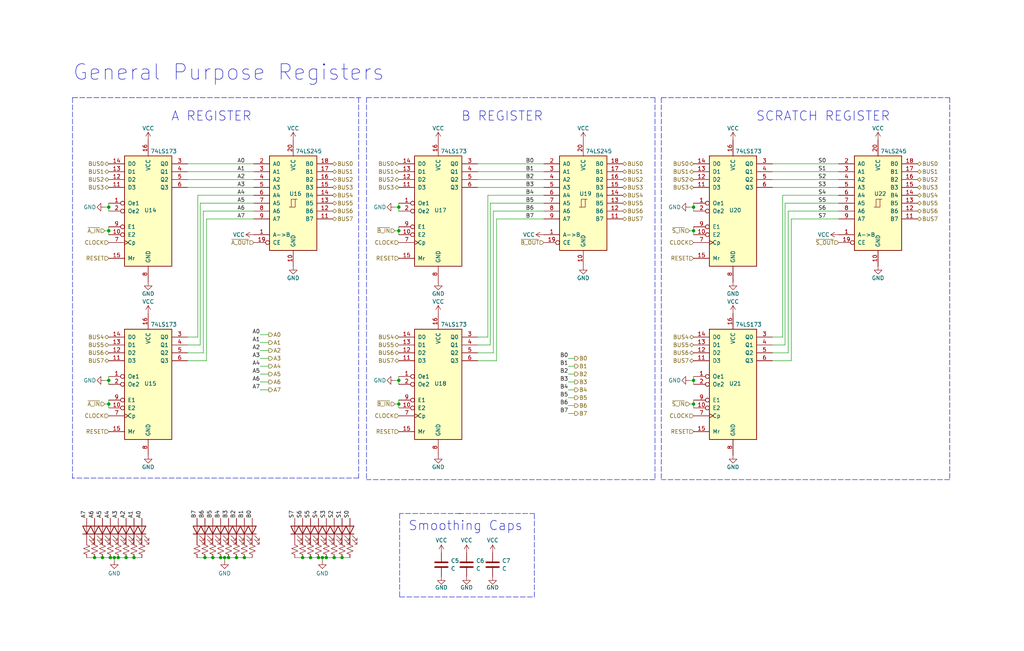
<source format=kicad_sch>
(kicad_sch (version 20211123) (generator eeschema)
  (paper "User" 329.997 210.007)
  (lib_symbols
    (symbol "74xx:74LS173" (pin_names (offset 1.016))
      (property "Reference" "U" (at -7.62 19.05 0))
      (property "Value" "74LS173" (at -7.62 -19.05 0))
      (symbol "74LS173_1_0"
        (pin input inverted (at -12.7 2.54 0) (length 5.08) (name "Oe1") (number "1"))
        (pin input inverted (at -12.7 -7.62 0) (length 5.08) (name "E2") (number "10"))
        (pin input line (at -12.7 7.62 0) (length 5.08) (name "D3") (number "11"))
        (pin input line (at -12.7 10.16 0) (length 5.08) (name "D2") (number "12"))
        (pin input line (at -12.7 12.7 0) (length 5.08) (name "D1") (number "13"))
        (pin input line (at -12.7 15.24 0) (length 5.08) (name "D0") (number "14"))
        (pin input line (at -12.7 -15.24 0) (length 5.08) (name "Mr") (number "15"))
        (pin power_in line (at 0 22.86 270) (length 5.08) (name "VCC") (number "16"))
        (pin input inverted (at -12.7 0 0) (length 5.08) (name "Oe2") (number "2"))
        (pin tri_state line (at 12.7 15.24 180) (length 5.08) (name "Q0") (number "3"))
        (pin tri_state line (at 12.7 12.7 180) (length 5.08) (name "Q1") (number "4"))
        (pin tri_state line (at 12.7 10.16 180) (length 5.08) (name "Q2") (number "5"))
        (pin tri_state line (at 12.7 7.62 180) (length 5.08) (name "Q3") (number "6"))
        (pin input clock (at -12.7 -10.16 0) (length 5.08) (name "Cp") (number "7"))
        (pin power_in line (at 0 -22.86 90) (length 5.08) (name "GND") (number "8"))
        (pin input inverted (at -12.7 -5.08 0) (length 5.08) (name "E1") (number "9"))
      )
      (symbol "74LS173_1_1"
        (rectangle (start -7.62 17.78) (end 7.62 -17.78) (stroke (width 0.254)) (fill (type background)))
      )
    )
    (symbol "74xx:74LS245" (pin_names (offset 1.016))
      (property "Reference" "U" (at -7.62 16.51 0))
      (property "Value" "74LS245" (at -7.62 -16.51 0))
      (symbol "74LS245_1_0"
        (polyline (pts (xy -0.635 -1.27) (xy -0.635 1.27) (xy 0.635 1.27)))
        (polyline (pts (xy -1.27 -1.27) (xy 0.635 -1.27) (xy 0.635 1.27) (xy 1.27 1.27)))
        (pin input line (at -12.7 -10.16 0) (length 5.08) (name "A->B") (number "1"))
        (pin power_in line (at 0 -20.32 90) (length 5.08) (name "GND") (number "10"))
        (pin tri_state line (at 12.7 -5.08 180) (length 5.08) (name "B7") (number "11"))
        (pin tri_state line (at 12.7 -2.54 180) (length 5.08) (name "B6") (number "12"))
        (pin tri_state line (at 12.7 0 180) (length 5.08) (name "B5") (number "13"))
        (pin tri_state line (at 12.7 2.54 180) (length 5.08) (name "B4") (number "14"))
        (pin tri_state line (at 12.7 5.08 180) (length 5.08) (name "B3") (number "15"))
        (pin tri_state line (at 12.7 7.62 180) (length 5.08) (name "B2") (number "16"))
        (pin tri_state line (at 12.7 10.16 180) (length 5.08) (name "B1") (number "17"))
        (pin tri_state line (at 12.7 12.7 180) (length 5.08) (name "B0") (number "18"))
        (pin input inverted (at -12.7 -12.7 0) (length 5.08) (name "CE") (number "19"))
        (pin tri_state line (at -12.7 12.7 0) (length 5.08) (name "A0") (number "2"))
        (pin power_in line (at 0 20.32 270) (length 5.08) (name "VCC") (number "20"))
        (pin tri_state line (at -12.7 10.16 0) (length 5.08) (name "A1") (number "3"))
        (pin tri_state line (at -12.7 7.62 0) (length 5.08) (name "A2") (number "4"))
        (pin tri_state line (at -12.7 5.08 0) (length 5.08) (name "A3") (number "5"))
        (pin tri_state line (at -12.7 2.54 0) (length 5.08) (name "A4") (number "6"))
        (pin tri_state line (at -12.7 0 0) (length 5.08) (name "A5") (number "7"))
        (pin tri_state line (at -12.7 -2.54 0) (length 5.08) (name "A6") (number "8"))
        (pin tri_state line (at -12.7 -5.08 0) (length 5.08) (name "A7") (number "9"))
      )
      (symbol "74LS245_1_1"
        (rectangle (start -7.62 15.24) (end 7.62 -15.24) (stroke (width 0.254)) (fill (type background)))
      )
    )
    (symbol "Device:C" (pin_numbers hide) (pin_names (offset 0.254))
      (property "Reference" "C" (at 0.635 2.54 0))
      (property "Value" "C" (at 0.635 -2.54 0))
      (symbol "C_0_1"
        (polyline (pts (xy -2.032 -0.762) (xy 2.032 -0.762)) (stroke (width 0.508)))
        (polyline (pts (xy -2.032 0.762) (xy 2.032 0.762)) (stroke (width 0.508)))
      )
      (symbol "C_1_1"
        (pin passive line (at 0 3.81 270) (length 2.794) (name "~") (number "1"))
        (pin passive line (at 0 -3.81 90) (length 2.794) (name "~") (number "2"))
      )
    )
    (symbol "Device:LED" (pin_numbers hide) (pin_names (offset 1.016) hide)
      (property "Reference" "D" (at 0 2.54 0))
      (property "Value" "LED" (at 0 -2.54 0))
      (symbol "LED_0_1"
        (polyline (pts (xy -1.27 -1.27) (xy -1.27 1.27)) (stroke (width 0.254)))
        (polyline (pts (xy -1.27 0) (xy 1.27 0)))
        (polyline (pts (xy 1.27 -1.27) (xy 1.27 1.27) (xy -1.27 0) (xy 1.27 -1.27)) (stroke (width 0.254)))
        (polyline (pts (xy -3.048 -0.762) (xy -4.572 -2.286) (xy -3.81 -2.286) (xy -4.572 -2.286) (xy -4.572 -1.524)))
        (polyline (pts (xy -1.778 -0.762) (xy -3.302 -2.286) (xy -2.54 -2.286) (xy -3.302 -2.286) (xy -3.302 -1.524)))
      )
      (symbol "LED_1_1"
        (pin passive line (at -3.81 0 0) (length 2.54) (name "K") (number "1"))
        (pin passive line (at 3.81 0 180) (length 2.54) (name "A") (number "2"))
      )
    )
    (symbol "Device:R_Small_US" (pin_numbers hide) (pin_names (offset 0.254) hide)
      (property "Reference" "R" (at 0.762 0.508 0))
      (property "Value" "R_Small_US" (at 0.762 -1.016 0))
      (symbol "R_Small_US_1_1"
        (polyline (pts (xy 0 0) (xy 1.016 -0.381) (xy 0 -0.762) (xy -1.016 -1.143) (xy 0 -1.524)))
        (polyline (pts (xy 0 1.524) (xy 1.016 1.143) (xy 0 0.762) (xy -1.016 0.381) (xy 0 0)))
        (pin passive line (at 0 2.54 270) (length 1.016) (name "~") (number "1"))
        (pin passive line (at 0 -2.54 90) (length 1.016) (name "~") (number "2"))
      )
    )
    (symbol "power:GND" (power) (pin_names (offset 0))
      (property "Value" "GND" (at 0 -3.81 0))
      (symbol "GND_0_1"
        (polyline (pts (xy 0 0) (xy 0 -1.27) (xy 1.27 -1.27) (xy 0 -2.54) (xy -1.27 -1.27) (xy 0 -1.27)))
      )
      (symbol "GND_1_1"
        (pin power_in line (at 0 0 270) (length 0) hide (name "GND") (number "1"))
      )
    )
    (symbol "power:VCC" (power) (pin_names (offset 0))
      (property "Value" "VCC" (at 0 3.81 0))
      (symbol "VCC_0_1"
        (polyline (pts (xy -0.762 1.27) (xy 0 2.54)))
        (polyline (pts (xy 0 0) (xy 0 2.54)))
        (polyline (pts (xy 0 2.54) (xy 0.762 1.27)))
      )
      (symbol "VCC_1_1"
        (pin power_in line (at 0 0 90) (length 0) hide (name "VCC") (number "1"))
      )
    )
  )
  (junction (at 223.52 122.682))
  (junction (at 38.1 179.832))
  (junction (at 128.524 122.682))
  (junction (at 36.83 179.832))
  (junction (at 110.236 179.832))
  (junction (at 40.64 179.832))
  (junction (at 78.74 179.832))
  (junction (at 223.52 66.802))
  (junction (at 66.04 179.832))
  (junction (at 72.39 179.832))
  (junction (at 35.052 122.682))
  (junction (at 35.56 179.832))
  (junction (at 35.052 130.302))
  (junction (at 223.52 130.302))
  (junction (at 30.48 179.832))
  (junction (at 102.616 179.832))
  (junction (at 35.052 74.422))
  (junction (at 73.66 179.832))
  (junction (at 33.02 179.832))
  (junction (at 100.076 179.832))
  (junction (at 128.524 130.302))
  (junction (at 128.524 74.422))
  (junction (at 76.2 179.832))
  (junction (at 103.886 179.832))
  (junction (at 107.696 179.832))
  (junction (at 105.156 179.832))
  (junction (at 128.524 66.802))
  (junction (at 35.052 66.802))
  (junction (at 223.52 74.422))
  (junction (at 71.12 179.832))
  (junction (at 68.58 179.832))
  (junction (at 97.536 179.832))
  (junction (at 43.18 179.832))
  (wire (pts (xy 159.004 68.072) (xy 159.004 113.792)))
  (wire (pts (xy 128.524 130.302) (xy 128.524 131.572)))
  (wire (pts (xy 71.12 179.832) (xy 72.39 179.832)))
  (wire (pts (xy 100.076 179.832) (xy 102.616 179.832)))
  (wire (pts (xy 255.016 116.332) (xy 255.016 70.612)))
  (wire (pts (xy 248.92 111.252) (xy 252.984 111.252)))
  (wire (pts (xy 81.788 68.072) (xy 65.532 68.072)))
  (wire (pts (xy 157.988 65.532) (xy 175.26 65.532)))
  (wire (pts (xy 128.524 122.682) (xy 128.524 123.952)))
  (wire (pts (xy 76.2 179.832) (xy 78.74 179.832)))
  (wire (pts (xy 63.754 62.992) (xy 63.754 108.712)))
  (wire (pts (xy 157.226 62.992) (xy 157.226 108.712)))
  (polyline (pts (xy 147.828 165.608) (xy 172.212 165.608)))
  (wire (pts (xy 185.166 118.11) (xy 183.134 118.11)))
  (wire (pts (xy 60.452 111.252) (xy 64.516 111.252)))
  (wire (pts (xy 175.26 62.992) (xy 157.226 62.992)))
  (wire (pts (xy 97.536 179.832) (xy 100.076 179.832)))
  (wire (pts (xy 222.25 74.422) (xy 223.52 74.422)))
  (wire (pts (xy 127.254 130.302) (xy 128.524 130.302)))
  (wire (pts (xy 73.66 179.832) (xy 76.2 179.832)))
  (wire (pts (xy 36.83 179.832) (xy 36.83 180.848)))
  (wire (pts (xy 83.82 123.19) (xy 86.614 123.19)))
  (wire (pts (xy 66.548 116.332) (xy 66.548 70.612)))
  (polyline (pts (xy 118.11 31.496) (xy 211.074 31.496)))
  (polyline (pts (xy 306.07 31.496) (xy 306.07 154.686)))
  (wire (pts (xy 223.52 74.422) (xy 223.52 75.692)))
  (polyline (pts (xy 211.074 31.496) (xy 211.074 154.686)))
  (wire (pts (xy 33.782 74.422) (xy 35.052 74.422)))
  (wire (pts (xy 223.52 130.302) (xy 223.52 131.572)))
  (wire (pts (xy 35.052 130.302) (xy 35.052 131.572)))
  (wire (pts (xy 160.02 70.612) (xy 175.26 70.612)))
  (wire (pts (xy 159.004 113.792) (xy 153.924 113.792)))
  (wire (pts (xy 157.988 111.252) (xy 157.988 65.532)))
  (wire (pts (xy 35.052 73.152) (xy 35.052 74.422)))
  (wire (pts (xy 66.04 179.832) (xy 68.58 179.832)))
  (wire (pts (xy 63.5 179.832) (xy 66.04 179.832)))
  (wire (pts (xy 127.254 74.422) (xy 128.524 74.422)))
  (wire (pts (xy 270.256 68.072) (xy 254 68.072)))
  (wire (pts (xy 252.984 65.532) (xy 270.256 65.532)))
  (wire (pts (xy 185.166 130.81) (xy 183.134 130.81)))
  (wire (pts (xy 83.82 125.73) (xy 86.614 125.73)))
  (polyline (pts (xy 115.57 31.496) (xy 115.57 154.178)))
  (polyline (pts (xy 128.778 192.532) (xy 172.212 192.532)))
  (wire (pts (xy 35.56 179.832) (xy 36.83 179.832)))
  (wire (pts (xy 185.166 115.57) (xy 183.134 115.57)))
  (wire (pts (xy 222.25 122.682) (xy 223.52 122.682)))
  (wire (pts (xy 60.452 57.912) (xy 81.788 57.912)))
  (polyline (pts (xy 306.07 154.686) (xy 213.106 154.686)))
  (wire (pts (xy 103.886 179.832) (xy 105.156 179.832)))
  (wire (pts (xy 102.616 179.832) (xy 103.886 179.832)))
  (wire (pts (xy 255.016 70.612) (xy 270.256 70.612)))
  (wire (pts (xy 222.25 66.802) (xy 223.52 66.802)))
  (wire (pts (xy 254 68.072) (xy 254 113.792)))
  (wire (pts (xy 248.92 116.332) (xy 255.016 116.332)))
  (wire (pts (xy 185.166 120.65) (xy 183.134 120.65)))
  (wire (pts (xy 185.166 133.35) (xy 183.134 133.35)))
  (wire (pts (xy 94.996 179.832) (xy 97.536 179.832)))
  (wire (pts (xy 35.052 66.802) (xy 35.052 68.072)))
  (wire (pts (xy 254 113.792) (xy 248.92 113.792)))
  (wire (pts (xy 33.02 179.832) (xy 35.56 179.832)))
  (wire (pts (xy 83.82 118.11) (xy 86.614 118.11)))
  (wire (pts (xy 157.226 108.712) (xy 153.924 108.712)))
  (wire (pts (xy 35.052 121.412) (xy 35.052 122.682)))
  (wire (pts (xy 27.94 179.832) (xy 30.48 179.832)))
  (wire (pts (xy 223.52 129.032) (xy 223.52 130.302)))
  (wire (pts (xy 83.82 113.03) (xy 86.614 113.03)))
  (wire (pts (xy 33.782 130.302) (xy 35.052 130.302)))
  (wire (pts (xy 60.452 55.372) (xy 81.788 55.372)))
  (wire (pts (xy 35.052 129.032) (xy 35.052 130.302)))
  (wire (pts (xy 33.782 122.682) (xy 35.052 122.682)))
  (wire (pts (xy 60.452 52.832) (xy 81.788 52.832)))
  (wire (pts (xy 66.548 70.612) (xy 81.788 70.612)))
  (wire (pts (xy 223.52 121.412) (xy 223.52 122.682)))
  (wire (pts (xy 185.166 125.73) (xy 183.134 125.73)))
  (wire (pts (xy 153.924 52.832) (xy 175.26 52.832)))
  (wire (pts (xy 107.696 179.832) (xy 110.236 179.832)))
  (wire (pts (xy 60.452 60.452) (xy 81.788 60.452)))
  (polyline (pts (xy 115.57 154.178) (xy 23.368 154.178)))
  (wire (pts (xy 83.82 120.65) (xy 86.614 120.65)))
  (wire (pts (xy 252.984 111.252) (xy 252.984 65.532)))
  (wire (pts (xy 38.1 179.832) (xy 40.64 179.832)))
  (wire (pts (xy 153.924 55.372) (xy 175.26 55.372)))
  (wire (pts (xy 78.74 179.832) (xy 81.28 179.832)))
  (wire (pts (xy 72.39 179.832) (xy 72.39 180.848)))
  (wire (pts (xy 72.39 179.832) (xy 73.66 179.832)))
  (wire (pts (xy 270.256 62.992) (xy 252.222 62.992)))
  (wire (pts (xy 63.754 108.712) (xy 60.452 108.712)))
  (wire (pts (xy 65.532 113.792) (xy 60.452 113.792)))
  (wire (pts (xy 64.516 65.532) (xy 81.788 65.532)))
  (wire (pts (xy 30.48 179.832) (xy 33.02 179.832)))
  (wire (pts (xy 83.82 107.95) (xy 86.614 107.95)))
  (wire (pts (xy 105.156 179.832) (xy 107.696 179.832)))
  (wire (pts (xy 175.26 68.072) (xy 159.004 68.072)))
  (wire (pts (xy 33.782 66.802) (xy 35.052 66.802)))
  (wire (pts (xy 128.524 66.802) (xy 128.524 68.072)))
  (wire (pts (xy 252.222 62.992) (xy 252.222 108.712)))
  (wire (pts (xy 223.52 66.802) (xy 223.52 68.072)))
  (wire (pts (xy 153.924 57.912) (xy 175.26 57.912)))
  (wire (pts (xy 127.254 66.802) (xy 128.524 66.802)))
  (wire (pts (xy 40.64 179.832) (xy 43.18 179.832)))
  (wire (pts (xy 35.052 74.422) (xy 35.052 75.692)))
  (wire (pts (xy 64.516 111.252) (xy 64.516 65.532)))
  (wire (pts (xy 153.924 60.452) (xy 175.26 60.452)))
  (wire (pts (xy 128.524 129.032) (xy 128.524 130.302)))
  (wire (pts (xy 153.924 111.252) (xy 157.988 111.252)))
  (polyline (pts (xy 213.106 31.496) (xy 306.07 31.496)))
  (wire (pts (xy 128.524 74.422) (xy 128.524 75.692)))
  (wire (pts (xy 36.83 179.832) (xy 38.1 179.832)))
  (wire (pts (xy 223.52 65.532) (xy 223.52 66.802)))
  (wire (pts (xy 110.236 179.832) (xy 112.776 179.832)))
  (polyline (pts (xy 23.368 31.496) (xy 23.368 154.686)))
  (wire (pts (xy 83.82 110.49) (xy 86.614 110.49)))
  (polyline (pts (xy 23.368 31.496) (xy 116.332 31.496)))
  (wire (pts (xy 222.25 130.302) (xy 223.52 130.302)))
  (wire (pts (xy 248.92 60.452) (xy 270.256 60.452)))
  (wire (pts (xy 43.18 179.832) (xy 45.72 179.832)))
  (polyline (pts (xy 118.11 31.496) (xy 118.11 154.686)))
  (polyline (pts (xy 172.212 192.532) (xy 172.212 165.608)))
  (wire (pts (xy 83.82 115.57) (xy 86.614 115.57)))
  (wire (pts (xy 128.524 121.412) (xy 128.524 122.682)))
  (wire (pts (xy 65.532 68.072) (xy 65.532 113.792)))
  (wire (pts (xy 153.924 116.332) (xy 160.02 116.332)))
  (wire (pts (xy 127.254 122.682) (xy 128.524 122.682)))
  (wire (pts (xy 252.222 108.712) (xy 248.92 108.712)))
  (polyline (pts (xy 148.336 165.608) (xy 128.778 165.608)))
  (polyline (pts (xy 128.778 165.608) (xy 128.778 192.532)))
  (wire (pts (xy 248.92 55.372) (xy 270.256 55.372)))
  (wire (pts (xy 223.52 122.682) (xy 223.52 123.952)))
  (wire (pts (xy 68.58 179.832) (xy 71.12 179.832)))
  (wire (pts (xy 81.788 62.992) (xy 63.754 62.992)))
  (wire (pts (xy 128.524 73.152) (xy 128.524 74.422)))
  (polyline (pts (xy 213.106 31.496) (xy 213.106 154.686)))
  (wire (pts (xy 160.02 116.332) (xy 160.02 70.612)))
  (wire (pts (xy 185.166 128.27) (xy 183.134 128.27)))
  (wire (pts (xy 128.524 65.532) (xy 128.524 66.802)))
  (wire (pts (xy 103.886 179.832) (xy 103.886 180.848)))
  (wire (pts (xy 248.92 57.912) (xy 270.256 57.912)))
  (wire (pts (xy 35.052 65.532) (xy 35.052 66.802)))
  (wire (pts (xy 223.52 73.152) (xy 223.52 74.422)))
  (polyline (pts (xy 211.074 154.686) (xy 118.11 154.686)))
  (wire (pts (xy 248.92 52.832) (xy 270.256 52.832)))
  (wire (pts (xy 35.052 122.682) (xy 35.052 123.952)))
  (wire (pts (xy 60.452 116.332) (xy 66.548 116.332)))
  (wire (pts (xy 185.166 123.19) (xy 183.134 123.19)))
  (text "B REGISTER" (at 148.59 39.37 0) (effects (font (size 3 3)) (justify left bottom)))
  (text "General Purpose Registers" (at 23.368 26.416 0) (effects (font (size 5 5)) (justify left bottom)))
  (text "SCRATCH REGISTER" (at 243.586 39.37 0) (effects (font (size 3 3)) (justify left bottom)))
  (text "A REGISTER" (at 55.118 39.37 0) (effects (font (size 3 3)) (justify left bottom)))
  (text "Smoothing Caps" (at 131.572 171.45 0) (effects (font (size 3 3)) (justify left bottom)))
  (label "S5" (at 100.076 167.132 90))
  (label "B6" (at 66.04 167.132 90))
  (label "B5" (at 68.58 167.132 90))
  (label "A4" (at 35.56 167.132 90))
  (label "B1" (at 183.134 118.11 180))
  (label "B2" (at 76.2 167.132 90))
  (label "S1" (at 263.652 55.372 0))
  (label "S0" (at 263.652 52.832 0))
  (label "A5" (at 33.02 167.132 90))
  (label "B2" (at 169.418 57.912 0))
  (label "S7" (at 263.652 70.612 0))
  (label "S5" (at 263.652 65.532 0))
  (label "A7" (at 76.454 70.612 0))
  (label "A0" (at 76.454 52.832 0))
  (label "A3" (at 76.454 60.452 0))
  (label "S6" (at 263.652 68.072 0))
  (label "B4" (at 71.12 167.132 90))
  (label "S0" (at 112.776 167.132 90))
  (label "S4" (at 263.652 62.992 0))
  (label "S3" (at 105.156 167.132 90))
  (label "B1" (at 169.418 55.372 0))
  (label "B0" (at 183.134 115.57 180))
  (label "B3" (at 183.134 123.19 180))
  (label "S2" (at 263.652 57.912 0))
  (label "B0" (at 169.418 52.832 0))
  (label "A3" (at 38.1 167.132 90))
  (label "A7" (at 27.94 167.132 90))
  (label "A1" (at 83.82 110.49 180))
  (label "S7" (at 94.996 167.132 90))
  (label "A6" (at 30.48 167.132 90))
  (label "A5" (at 76.454 65.532 0))
  (label "B4" (at 183.134 125.73 180))
  (label "B6" (at 183.134 130.81 180))
  (label "A1" (at 43.18 167.132 90))
  (label "A4" (at 76.454 62.992 0))
  (label "A6" (at 76.454 68.072 0))
  (label "S6" (at 97.536 167.132 90))
  (label "B7" (at 63.5 167.132 90))
  (label "S2" (at 107.696 167.132 90))
  (label "B7" (at 183.134 133.35 180))
  (label "A0" (at 83.82 107.95 180))
  (label "A2" (at 76.454 57.912 0))
  (label "B5" (at 169.418 65.532 0))
  (label "B3" (at 73.66 167.132 90))
  (label "B2" (at 183.134 120.65 180))
  (label "B5" (at 183.134 128.27 180))
  (label "B7" (at 169.418 70.612 0))
  (label "A3" (at 83.82 115.57 180))
  (label "B4" (at 169.418 62.992 0))
  (label "B3" (at 169.418 60.452 0))
  (label "S4" (at 102.616 167.132 90))
  (label "B1" (at 78.74 167.132 90))
  (label "A6" (at 83.82 123.19 180))
  (label "A5" (at 83.82 120.65 180))
  (label "B6" (at 169.418 68.072 0))
  (label "A7" (at 83.82 125.73 180))
  (label "S1" (at 110.236 167.132 90))
  (label "S3" (at 263.652 60.452 0))
  (label "A1" (at 76.454 55.372 0))
  (label "B0" (at 81.28 167.132 90))
  (label "A4" (at 83.82 118.11 180))
  (label "A2" (at 83.82 113.03 180))
  (label "A2" (at 40.64 167.132 90))
  (label "A0" (at 45.72 167.132 90))
  (hierarchical_label "BUS5" (shape tri_state) (at 200.66 65.532 0))
  (hierarchical_label "BUS4" (shape tri_state) (at 200.66 62.992 0))
  (hierarchical_label "B5" (shape output) (at 185.166 128.27 0))
  (hierarchical_label "BUS1" (shape tri_state) (at 200.66 55.372 0))
  (hierarchical_label "BUS7" (shape tri_state) (at 128.524 116.332 180))
  (hierarchical_label "~{A_OUT}" (shape input) (at 81.788 78.232 180))
  (hierarchical_label "~{A_IN}" (shape input) (at 33.782 74.422 180))
  (hierarchical_label "A1" (shape output) (at 86.614 110.49 0))
  (hierarchical_label "BUS5" (shape tri_state) (at 295.656 65.532 0))
  (hierarchical_label "~{A_IN}" (shape input) (at 33.782 130.302 180))
  (hierarchical_label "BUS2" (shape tri_state) (at 128.524 57.912 180))
  (hierarchical_label "BUS6" (shape tri_state) (at 35.052 113.792 180))
  (hierarchical_label "BUS6" (shape tri_state) (at 223.52 113.792 180))
  (hierarchical_label "BUS7" (shape tri_state) (at 200.66 70.612 0))
  (hierarchical_label "~{S_IN}" (shape input) (at 222.25 74.422 180))
  (hierarchical_label "BUS5" (shape tri_state) (at 128.524 111.252 180))
  (hierarchical_label "BUS1" (shape tri_state) (at 128.524 55.372 180))
  (hierarchical_label "CLOCK" (shape input) (at 128.524 78.232 180))
  (hierarchical_label "BUS3" (shape tri_state) (at 200.66 60.452 0))
  (hierarchical_label "BUS2" (shape tri_state) (at 295.656 57.912 0))
  (hierarchical_label "RESET" (shape input) (at 35.052 83.312 180))
  (hierarchical_label "BUS3" (shape tri_state) (at 295.656 60.452 0))
  (hierarchical_label "BUS0" (shape tri_state) (at 200.66 52.832 0))
  (hierarchical_label "BUS3" (shape tri_state) (at 128.524 60.452 180))
  (hierarchical_label "BUS0" (shape tri_state) (at 35.052 52.832 180))
  (hierarchical_label "BUS7" (shape tri_state) (at 107.188 70.612 0))
  (hierarchical_label "BUS4" (shape tri_state) (at 295.656 62.992 0))
  (hierarchical_label "BUS3" (shape tri_state) (at 223.52 60.452 180))
  (hierarchical_label "CLOCK" (shape input) (at 35.052 134.112 180))
  (hierarchical_label "BUS6" (shape tri_state) (at 295.656 68.072 0))
  (hierarchical_label "BUS2" (shape tri_state) (at 223.52 57.912 180))
  (hierarchical_label "~{B_IN}" (shape input) (at 127.254 74.422 180))
  (hierarchical_label "B3" (shape output) (at 185.166 123.19 0))
  (hierarchical_label "BUS2" (shape tri_state) (at 200.66 57.912 0))
  (hierarchical_label "BUS4" (shape tri_state) (at 35.052 108.712 180))
  (hierarchical_label "BUS1" (shape tri_state) (at 223.52 55.372 180))
  (hierarchical_label "A0" (shape output) (at 86.614 107.95 0))
  (hierarchical_label "BUS4" (shape tri_state) (at 107.188 62.992 0))
  (hierarchical_label "BUS3" (shape tri_state) (at 107.188 60.452 0))
  (hierarchical_label "BUS5" (shape tri_state) (at 35.052 111.252 180))
  (hierarchical_label "A5" (shape output) (at 86.614 120.65 0))
  (hierarchical_label "BUS0" (shape tri_state) (at 107.188 52.832 0))
  (hierarchical_label "BUS7" (shape tri_state) (at 35.052 116.332 180))
  (hierarchical_label "CLOCK" (shape input) (at 35.052 78.232 180))
  (hierarchical_label "BUS0" (shape tri_state) (at 295.656 52.832 0))
  (hierarchical_label "CLOCK" (shape input) (at 223.52 78.232 180))
  (hierarchical_label "B6" (shape output) (at 185.166 130.81 0))
  (hierarchical_label "CLOCK" (shape input) (at 128.524 134.112 180))
  (hierarchical_label "B2" (shape output) (at 185.166 120.65 0))
  (hierarchical_label "A6" (shape output) (at 86.614 123.19 0))
  (hierarchical_label "B1" (shape output) (at 185.166 118.11 0))
  (hierarchical_label "BUS0" (shape tri_state) (at 223.52 52.832 180))
  (hierarchical_label "BUS1" (shape tri_state) (at 107.188 55.372 0))
  (hierarchical_label "~{B_OUT}" (shape input) (at 175.26 78.232 180))
  (hierarchical_label "BUS6" (shape tri_state) (at 128.524 113.792 180))
  (hierarchical_label "BUS1" (shape tri_state) (at 295.656 55.372 0))
  (hierarchical_label "BUS2" (shape tri_state) (at 35.052 57.912 180))
  (hierarchical_label "BUS5" (shape tri_state) (at 223.52 111.252 180))
  (hierarchical_label "~{B_IN}" (shape input) (at 127.254 130.302 180))
  (hierarchical_label "A4" (shape output) (at 86.614 118.11 0))
  (hierarchical_label "~{S_IN}" (shape input) (at 222.25 130.302 180))
  (hierarchical_label "RESET" (shape input) (at 35.052 139.192 180))
  (hierarchical_label "A3" (shape output) (at 86.614 115.57 0))
  (hierarchical_label "BUS4" (shape tri_state) (at 223.52 108.712 180))
  (hierarchical_label "BUS0" (shape tri_state) (at 128.524 52.832 180))
  (hierarchical_label "B4" (shape output) (at 185.166 125.73 0))
  (hierarchical_label "BUS7" (shape tri_state) (at 223.52 116.332 180))
  (hierarchical_label "BUS6" (shape tri_state) (at 200.66 68.072 0))
  (hierarchical_label "BUS5" (shape tri_state) (at 107.188 65.532 0))
  (hierarchical_label "A7" (shape output) (at 86.614 125.73 0))
  (hierarchical_label "BUS2" (shape tri_state) (at 107.188 57.912 0))
  (hierarchical_label "BUS7" (shape tri_state) (at 295.656 70.612 0))
  (hierarchical_label "BUS6" (shape tri_state) (at 107.188 68.072 0))
  (hierarchical_label "~{S_OUT}" (shape input) (at 270.256 78.232 180))
  (hierarchical_label "RESET" (shape input) (at 128.524 83.312 180))
  (hierarchical_label "RESET" (shape input) (at 223.52 139.192 180))
  (hierarchical_label "BUS4" (shape tri_state) (at 128.524 108.712 180))
  (hierarchical_label "CLOCK" (shape input) (at 223.52 134.112 180))
  (hierarchical_label "A2" (shape output) (at 86.614 113.03 0))
  (hierarchical_label "B0" (shape output) (at 185.166 115.57 0))
  (hierarchical_label "RESET" (shape input) (at 128.524 139.192 180))
  (hierarchical_label "BUS3" (shape tri_state) (at 35.052 60.452 180))
  (hierarchical_label "RESET" (shape input) (at 223.52 83.312 180))
  (hierarchical_label "B7" (shape output) (at 185.166 133.35 0))
  (hierarchical_label "BUS1" (shape tri_state) (at 35.052 55.372 180))
  (symbol (lib_id "74xx:74LS245") (at 187.96 65.532 0) (unit 1)
    (property "Reference" "U19" (at 186.69 62.484 0) (effects (justify left)))
    (property "Value" "74LS245" (at 188.722 48.768 0) (effects (justify left)))
    (property "Footprint" "Package_SO:TSSOP-20_4.4x6.5mm_P0.65mm" (effects hide))
    (property "Datasheet" "http://www.ti.com/lit/gpn/sn74LS245" (effects hide))
  )
  (symbol (lib_id "74xx:74LS245") (at 94.488 65.532 0) (unit 1)
    (property "Reference" "U16" (at 93.218 62.484 0) (effects (justify left)))
    (property "Value" "74LS245" (at 95.25 48.768 0) (effects (justify left)))
    (property "Footprint" "Package_SO:TSSOP-20_4.4x6.5mm_P0.65mm" (effects hide))
    (property "Datasheet" "http://www.ti.com/lit/gpn/sn74LS245" (effects hide))
  )
  (symbol (lib_id "power:GND") (at 236.22 146.812 0) (unit 1)
    (property "Reference" "#PWR083" (effects hide))
    (property "Value" "GND" (at 236.22 150.622 0))
  )
  (symbol (lib_id "Device:LED") (at 81.28 170.942 90) (unit 1)
    (property "Reference" "D29" (effects hide))
    (property "Value" "LED" (effects hide))
    (property "Footprint" "LED_SMD:LED_0805_2012Metric" (effects hide))
  )
  (symbol (lib_id "Device:R_Small_US") (at 94.996 177.292 0) (unit 1)
    (property "Reference" "R30" (effects hide))
    (property "Value" "R_Small_US" (effects hide))
    (property "Footprint" "Resistor_SMD:R_0805_2012Metric" (effects hide))
  )
  (symbol (lib_id "power:GND") (at 150.368 185.928 0) (unit 1)
    (property "Reference" "#PWR072" (effects hide))
    (property "Value" "GND" (at 150.368 189.484 0))
  )
  (symbol (lib_id "Device:LED") (at 110.236 170.942 90) (unit 1)
    (property "Reference" "D36" (effects hide))
    (property "Value" "LED" (effects hide))
    (property "Footprint" "LED_SMD:LED_0805_2012Metric" (effects hide))
  )
  (symbol (lib_id "Device:R_Small_US") (at 81.28 177.292 0) (unit 1)
    (property "Reference" "R29" (effects hide))
    (property "Value" "R_Small_US" (effects hide))
    (property "Footprint" "Resistor_SMD:R_0805_2012Metric" (effects hide))
  )
  (symbol (lib_id "power:VCC") (at 150.368 178.308 0) (unit 1)
    (property "Reference" "#PWR071" (effects hide))
    (property "Value" "VCC" (at 150.368 174.244 0))
  )
  (symbol (lib_id "Device:LED") (at 63.5 170.942 90) (unit 1)
    (property "Reference" "D22" (effects hide))
    (property "Value" "LED" (effects hide))
    (property "Footprint" "LED_SMD:LED_0805_2012Metric" (effects hide))
  )
  (symbol (lib_id "Device:LED") (at 35.56 170.942 90) (unit 1)
    (property "Reference" "D17" (effects hide))
    (property "Value" "LED" (effects hide))
    (property "Footprint" "LED_SMD:LED_0805_2012Metric" (effects hide))
  )
  (symbol (lib_id "Device:LED") (at 112.776 170.942 90) (unit 1)
    (property "Reference" "D37" (effects hide))
    (property "Value" "LED" (effects hide))
    (property "Footprint" "LED_SMD:LED_0805_2012Metric" (effects hide))
  )
  (symbol (lib_id "power:GND") (at 141.224 90.932 0) (unit 1)
    (property "Reference" "#PWR066" (effects hide))
    (property "Value" "GND" (at 141.224 94.742 0))
  )
  (symbol (lib_id "Device:R_Small_US") (at 40.64 177.292 0) (unit 1)
    (property "Reference" "R19" (effects hide))
    (property "Value" "R_Small_US" (effects hide))
    (property "Footprint" "Resistor_SMD:R_0805_2012Metric" (effects hide))
  )
  (symbol (lib_id "power:GND") (at 282.956 85.852 0) (unit 1)
    (property "Reference" "#PWR086" (effects hide))
    (property "Value" "GND" (at 282.956 89.662 0))
  )
  (symbol (lib_id "power:GND") (at 222.25 122.682 270) (unit 1)
    (property "Reference" "#PWR079" (effects hide))
    (property "Value" "GND" (at 217.424 122.682 90))
  )
  (symbol (lib_id "Device:LED") (at 27.94 170.942 90) (unit 1)
    (property "Reference" "D14" (effects hide))
    (property "Value" "LED" (effects hide))
    (property "Footprint" "LED_SMD:LED_0805_2012Metric" (effects hide))
  )
  (symbol (lib_id "Device:C") (at 158.75 182.118 0) (unit 1)
    (property "Reference" "C7" (at 161.798 180.8479 0) (effects (justify left)))
    (property "Value" "C" (at 161.798 183.3879 0) (effects (justify left)))
    (property "Footprint" "Capacitor_SMD:C_0805_2012Metric" (effects hide))
  )
  (symbol (lib_id "Device:LED") (at 30.48 170.942 90) (unit 1)
    (property "Reference" "D15" (effects hide))
    (property "Value" "LED" (effects hide))
    (property "Footprint" "LED_SMD:LED_0805_2012Metric" (effects hide))
  )
  (symbol (lib_id "power:VCC") (at 47.752 45.212 0) (unit 1)
    (property "Reference" "#PWR054" (effects hide))
    (property "Value" "VCC" (at 47.752 41.402 0))
  )
  (symbol (lib_id "Device:LED") (at 94.996 170.942 90) (unit 1)
    (property "Reference" "D30" (effects hide))
    (property "Value" "LED" (effects hide))
    (property "Footprint" "LED_SMD:LED_0805_2012Metric" (effects hide))
  )
  (symbol (lib_id "power:GND") (at 33.782 122.682 270) (unit 1)
    (property "Reference" "#PWR052" (effects hide))
    (property "Value" "GND" (at 28.956 122.682 90))
  )
  (symbol (lib_id "Device:C") (at 150.368 182.118 0) (unit 1)
    (property "Reference" "C6" (at 153.416 180.8479 0) (effects (justify left)))
    (property "Value" "C" (at 153.416 183.3879 0) (effects (justify left)))
    (property "Footprint" "Capacitor_SMD:C_0805_2012Metric" (effects hide))
  )
  (symbol (lib_id "power:VCC") (at 94.488 45.212 0) (unit 1)
    (property "Reference" "#PWR060" (effects hide))
    (property "Value" "VCC" (at 94.488 41.402 0))
  )
  (symbol (lib_id "power:GND") (at 47.752 146.812 0) (unit 1)
    (property "Reference" "#PWR057" (effects hide))
    (property "Value" "GND" (at 47.752 150.622 0))
  )
  (symbol (lib_id "Device:R_Small_US") (at 97.536 177.292 0) (unit 1)
    (property "Reference" "R31" (effects hide))
    (property "Value" "R_Small_US" (effects hide))
    (property "Footprint" "Resistor_SMD:R_0805_2012Metric" (effects hide))
  )
  (symbol (lib_id "Device:R_Small_US") (at 102.616 177.292 0) (unit 1)
    (property "Reference" "R33" (effects hide))
    (property "Value" "R_Small_US" (effects hide))
    (property "Footprint" "Resistor_SMD:R_0805_2012Metric" (effects hide))
  )
  (symbol (lib_id "Device:R_Small_US") (at 43.18 177.292 0) (unit 1)
    (property "Reference" "R20" (effects hide))
    (property "Value" "R_Small_US" (effects hide))
    (property "Footprint" "Resistor_SMD:R_0805_2012Metric" (effects hide))
  )
  (symbol (lib_id "Device:LED") (at 38.1 170.942 90) (unit 1)
    (property "Reference" "D18" (effects hide))
    (property "Value" "LED" (effects hide))
    (property "Footprint" "LED_SMD:LED_0805_2012Metric" (effects hide))
  )
  (symbol (lib_id "Device:R_Small_US") (at 73.66 177.292 0) (unit 1)
    (property "Reference" "R26" (effects hide))
    (property "Value" "R_Small_US" (effects hide))
    (property "Footprint" "Resistor_SMD:R_0805_2012Metric" (effects hide))
  )
  (symbol (lib_id "Device:LED") (at 66.04 170.942 90) (unit 1)
    (property "Reference" "D23" (effects hide))
    (property "Value" "LED" (effects hide))
    (property "Footprint" "LED_SMD:LED_0805_2012Metric" (effects hide))
  )
  (symbol (lib_id "power:GND") (at 127.254 66.802 270) (unit 1)
    (property "Reference" "#PWR063" (effects hide))
    (property "Value" "GND" (at 122.428 66.802 90))
  )
  (symbol (lib_id "power:VCC") (at 47.752 101.092 0) (unit 1)
    (property "Reference" "#PWR056" (effects hide))
    (property "Value" "VCC" (at 47.752 97.282 0))
  )
  (symbol (lib_id "power:VCC") (at 270.256 75.692 90) (unit 1)
    (property "Reference" "#PWR084" (effects hide))
    (property "Value" "VCC" (at 265.43 75.692 90))
  )
  (symbol (lib_id "Device:R_Small_US") (at 105.156 177.292 0) (unit 1)
    (property "Reference" "R34" (effects hide))
    (property "Value" "R_Small_US" (effects hide))
    (property "Footprint" "Resistor_SMD:R_0805_2012Metric" (effects hide))
  )
  (symbol (lib_id "power:GND") (at 187.96 85.852 0) (unit 1)
    (property "Reference" "#PWR077" (effects hide))
    (property "Value" "GND" (at 187.96 89.662 0))
  )
  (symbol (lib_id "Device:LED") (at 45.72 170.942 90) (unit 1)
    (property "Reference" "D21" (effects hide))
    (property "Value" "LED" (effects hide))
    (property "Footprint" "LED_SMD:LED_0805_2012Metric" (effects hide))
  )
  (symbol (lib_id "power:GND") (at 47.752 90.932 0) (unit 1)
    (property "Reference" "#PWR055" (effects hide))
    (property "Value" "GND" (at 47.752 94.742 0))
  )
  (symbol (lib_id "Device:R_Small_US") (at 66.04 177.292 0) (unit 1)
    (property "Reference" "R23" (effects hide))
    (property "Value" "R_Small_US" (effects hide))
    (property "Footprint" "Resistor_SMD:R_0805_2012Metric" (effects hide))
  )
  (symbol (lib_id "power:GND") (at 94.488 85.852 0) (unit 1)
    (property "Reference" "#PWR061" (effects hide))
    (property "Value" "GND" (at 94.488 89.662 0))
  )
  (symbol (lib_id "power:GND") (at 127.254 122.682 270) (unit 1)
    (property "Reference" "#PWR064" (effects hide))
    (property "Value" "GND" (at 122.428 122.682 90))
  )
  (symbol (lib_id "Device:LED") (at 33.02 170.942 90) (unit 1)
    (property "Reference" "D16" (effects hide))
    (property "Value" "LED" (effects hide))
    (property "Footprint" "LED_SMD:LED_0805_2012Metric" (effects hide))
  )
  (symbol (lib_id "Device:R_Small_US") (at 38.1 177.292 0) (unit 1)
    (property "Reference" "R18" (effects hide))
    (property "Value" "R_Small_US" (effects hide))
    (property "Footprint" "Resistor_SMD:R_0805_2012Metric" (effects hide))
  )
  (symbol (lib_id "Device:R_Small_US") (at 35.56 177.292 0) (unit 1)
    (property "Reference" "R17" (effects hide))
    (property "Value" "R_Small_US" (effects hide))
    (property "Footprint" "Resistor_SMD:R_0805_2012Metric" (effects hide))
  )
  (symbol (lib_id "Device:R_Small_US") (at 45.72 177.292 0) (unit 1)
    (property "Reference" "R21" (effects hide))
    (property "Value" "R_Small_US" (effects hide))
    (property "Footprint" "Resistor_SMD:R_0805_2012Metric" (effects hide))
  )
  (symbol (lib_id "power:GND") (at 72.39 180.848 0) (unit 1)
    (property "Reference" "#PWR058" (effects hide))
    (property "Value" "GND" (at 72.39 184.912 0))
  )
  (symbol (lib_id "power:VCC") (at 236.22 101.092 0) (unit 1)
    (property "Reference" "#PWR082" (effects hide))
    (property "Value" "VCC" (at 236.22 97.282 0))
  )
  (symbol (lib_id "Device:LED") (at 102.616 170.942 90) (unit 1)
    (property "Reference" "D33" (effects hide))
    (property "Value" "LED" (effects hide))
    (property "Footprint" "LED_SMD:LED_0805_2012Metric" (effects hide))
  )
  (symbol (lib_id "Device:LED") (at 100.076 170.942 90) (unit 1)
    (property "Reference" "D32" (effects hide))
    (property "Value" "LED" (effects hide))
    (property "Footprint" "LED_SMD:LED_0805_2012Metric" (effects hide))
  )
  (symbol (lib_id "Device:R_Small_US") (at 107.696 177.292 0) (unit 1)
    (property "Reference" "R35" (effects hide))
    (property "Value" "R_Small_US" (effects hide))
    (property "Footprint" "Resistor_SMD:R_0805_2012Metric" (effects hide))
  )
  (symbol (lib_id "Device:LED") (at 40.64 170.942 90) (unit 1)
    (property "Reference" "D19" (effects hide))
    (property "Value" "LED" (effects hide))
    (property "Footprint" "LED_SMD:LED_0805_2012Metric" (effects hide))
  )
  (symbol (lib_id "Device:LED") (at 78.74 170.942 90) (unit 1)
    (property "Reference" "D28" (effects hide))
    (property "Value" "LED" (effects hide))
    (property "Footprint" "LED_SMD:LED_0805_2012Metric" (effects hide))
  )
  (symbol (lib_id "power:GND") (at 141.224 146.812 0) (unit 1)
    (property "Reference" "#PWR068" (effects hide))
    (property "Value" "GND" (at 141.224 150.622 0))
  )
  (symbol (lib_id "74xx:74LS173") (at 141.224 68.072 0) (unit 1)
    (property "Reference" "U17" (at 139.954 67.818 0) (effects (justify left)))
    (property "Value" "74LS173" (at 141.986 48.768 0) (effects (justify left)))
    (property "Footprint" "Package_SO:TSSOP-16_4.4x5mm_P0.65mm" (effects hide))
    (property "Datasheet" "http://www.ti.com/lit/gpn/sn74LS173" (effects hide))
  )
  (symbol (lib_id "power:VCC") (at 81.788 75.692 90) (unit 1)
    (property "Reference" "#PWR059" (effects hide))
    (property "Value" "VCC" (at 76.962 75.692 90))
  )
  (symbol (lib_id "power:VCC") (at 141.224 101.092 0) (unit 1)
    (property "Reference" "#PWR067" (effects hide))
    (property "Value" "VCC" (at 141.224 97.282 0))
  )
  (symbol (lib_id "Device:LED") (at 71.12 170.942 90) (unit 1)
    (property "Reference" "D25" (effects hide))
    (property "Value" "LED" (effects hide))
    (property "Footprint" "LED_SMD:LED_0805_2012Metric" (effects hide))
  )
  (symbol (lib_id "Device:R_Small_US") (at 30.48 177.292 0) (unit 1)
    (property "Reference" "R15" (effects hide))
    (property "Value" "R_Small_US" (effects hide))
    (property "Footprint" "Resistor_SMD:R_0805_2012Metric" (effects hide))
  )
  (symbol (lib_id "power:VCC") (at 236.22 45.212 0) (unit 1)
    (property "Reference" "#PWR080" (effects hide))
    (property "Value" "VCC" (at 236.22 41.402 0))
  )
  (symbol (lib_id "74xx:74LS245") (at 282.956 65.532 0) (unit 1)
    (property "Reference" "U22" (at 281.686 62.484 0) (effects (justify left)))
    (property "Value" "74LS245" (at 283.718 48.768 0) (effects (justify left)))
    (property "Footprint" "Package_SO:TSSOP-20_4.4x6.5mm_P0.65mm" (effects hide))
    (property "Datasheet" "http://www.ti.com/lit/gpn/sn74LS245" (effects hide))
  )
  (symbol (lib_id "Device:LED") (at 68.58 170.942 90) (unit 1)
    (property "Reference" "D24" (effects hide))
    (property "Value" "LED" (effects hide))
    (property "Footprint" "LED_SMD:LED_0805_2012Metric" (effects hide))
  )
  (symbol (lib_id "power:VCC") (at 142.24 178.308 0) (unit 1)
    (property "Reference" "#PWR069" (effects hide))
    (property "Value" "VCC" (at 142.24 174.244 0))
  )
  (symbol (lib_id "Device:R_Small_US") (at 27.94 177.292 0) (unit 1)
    (property "Reference" "R14" (effects hide))
    (property "Value" "R_Small_US" (effects hide))
    (property "Footprint" "Resistor_SMD:R_0805_2012Metric" (effects hide))
  )
  (symbol (lib_id "Device:R_Small_US") (at 78.74 177.292 0) (unit 1)
    (property "Reference" "R28" (effects hide))
    (property "Value" "R_Small_US" (effects hide))
    (property "Footprint" "Resistor_SMD:R_0805_2012Metric" (effects hide))
  )
  (symbol (lib_id "74xx:74LS173") (at 47.752 68.072 0) (unit 1)
    (property "Reference" "U14" (at 46.482 67.818 0) (effects (justify left)))
    (property "Value" "74LS173" (at 48.514 48.768 0) (effects (justify left)))
    (property "Footprint" "Package_SO:TSSOP-16_4.4x5mm_P0.65mm" (effects hide))
    (property "Datasheet" "http://www.ti.com/lit/gpn/sn74LS173" (effects hide))
  )
  (symbol (lib_id "Device:R_Small_US") (at 110.236 177.292 0) (unit 1)
    (property "Reference" "R36" (effects hide))
    (property "Value" "R_Small_US" (effects hide))
    (property "Footprint" "Resistor_SMD:R_0805_2012Metric" (effects hide))
  )
  (symbol (lib_id "power:GND") (at 33.782 66.802 270) (unit 1)
    (property "Reference" "#PWR051" (effects hide))
    (property "Value" "GND" (at 28.956 66.802 90))
  )
  (symbol (lib_id "power:VCC") (at 158.75 178.308 0) (unit 1)
    (property "Reference" "#PWR073" (effects hide))
    (property "Value" "VCC" (at 158.75 174.244 0))
  )
  (symbol (lib_id "74xx:74LS173") (at 236.22 123.952 0) (unit 1)
    (property "Reference" "U21" (at 234.95 123.698 0) (effects (justify left)))
    (property "Value" "74LS173" (at 236.982 104.648 0) (effects (justify left)))
    (property "Footprint" "Package_SO:TSSOP-16_4.4x5mm_P0.65mm" (effects hide))
    (property "Datasheet" "http://www.ti.com/lit/gpn/sn74LS173" (effects hide))
  )
  (symbol (lib_id "Device:LED") (at 105.156 170.942 90) (unit 1)
    (property "Reference" "D34" (effects hide))
    (property "Value" "LED" (effects hide))
    (property "Footprint" "LED_SMD:LED_0805_2012Metric" (effects hide))
  )
  (symbol (lib_id "Device:R_Small_US") (at 63.5 177.292 0) (unit 1)
    (property "Reference" "R22" (effects hide))
    (property "Value" "R_Small_US" (effects hide))
    (property "Footprint" "Resistor_SMD:R_0805_2012Metric" (effects hide))
  )
  (symbol (lib_id "74xx:74LS173") (at 141.224 123.952 0) (unit 1)
    (property "Reference" "U18" (at 139.954 123.698 0) (effects (justify left)))
    (property "Value" "74LS173" (at 141.986 104.648 0) (effects (justify left)))
    (property "Footprint" "Package_SO:TSSOP-16_4.4x5mm_P0.65mm" (effects hide))
    (property "Datasheet" "http://www.ti.com/lit/gpn/sn74LS173" (effects hide))
  )
  (symbol (lib_id "Device:C") (at 142.24 182.118 0) (unit 1)
    (property "Reference" "C5" (at 145.288 180.8479 0) (effects (justify left)))
    (property "Value" "C" (at 145.288 183.3879 0) (effects (justify left)))
    (property "Footprint" "Capacitor_SMD:C_0805_2012Metric" (effects hide))
  )
  (symbol (lib_id "Device:R_Small_US") (at 68.58 177.292 0) (unit 1)
    (property "Reference" "R24" (effects hide))
    (property "Value" "R_Small_US" (effects hide))
    (property "Footprint" "Resistor_SMD:R_0805_2012Metric" (effects hide))
  )
  (symbol (lib_id "74xx:74LS173") (at 47.752 123.952 0) (unit 1)
    (property "Reference" "U15" (at 46.482 123.698 0) (effects (justify left)))
    (property "Value" "74LS173" (at 48.514 104.648 0) (effects (justify left)))
    (property "Footprint" "Package_SO:TSSOP-16_4.4x5mm_P0.65mm" (effects hide))
    (property "Datasheet" "http://www.ti.com/lit/gpn/sn74LS173" (effects hide))
  )
  (symbol (lib_id "Device:LED") (at 43.18 170.942 90) (unit 1)
    (property "Reference" "D20" (effects hide))
    (property "Value" "LED" (effects hide))
    (property "Footprint" "LED_SMD:LED_0805_2012Metric" (effects hide))
  )
  (symbol (lib_id "power:VCC") (at 187.96 45.212 0) (unit 1)
    (property "Reference" "#PWR076" (effects hide))
    (property "Value" "VCC" (at 187.96 41.402 0))
  )
  (symbol (lib_id "Device:LED") (at 73.66 170.942 90) (unit 1)
    (property "Reference" "D26" (effects hide))
    (property "Value" "LED" (effects hide))
    (property "Footprint" "LED_SMD:LED_0805_2012Metric" (effects hide))
  )
  (symbol (lib_id "Device:R_Small_US") (at 100.076 177.292 0) (unit 1)
    (property "Reference" "R32" (effects hide))
    (property "Value" "R_Small_US" (effects hide))
    (property "Footprint" "Resistor_SMD:R_0805_2012Metric" (effects hide))
  )
  (symbol (lib_id "Device:LED") (at 76.2 170.942 90) (unit 1)
    (property "Reference" "D27" (effects hide))
    (property "Value" "LED" (effects hide))
    (property "Footprint" "LED_SMD:LED_0805_2012Metric" (effects hide))
  )
  (symbol (lib_id "Device:R_Small_US") (at 76.2 177.292 0) (unit 1)
    (property "Reference" "R27" (effects hide))
    (property "Value" "R_Small_US" (effects hide))
    (property "Footprint" "Resistor_SMD:R_0805_2012Metric" (effects hide))
  )
  (symbol (lib_id "Device:R_Small_US") (at 33.02 177.292 0) (unit 1)
    (property "Reference" "R16" (effects hide))
    (property "Value" "R_Small_US" (effects hide))
    (property "Footprint" "Resistor_SMD:R_0805_2012Metric" (effects hide))
  )
  (symbol (lib_id "power:GND") (at 103.886 180.848 0) (unit 1)
    (property "Reference" "#PWR062" (effects hide))
    (property "Value" "GND" (at 103.886 184.912 0))
  )
  (symbol (lib_id "power:GND") (at 222.25 66.802 270) (unit 1)
    (property "Reference" "#PWR078" (effects hide))
    (property "Value" "GND" (at 217.424 66.802 90))
  )
  (symbol (lib_id "Device:R_Small_US") (at 112.776 177.292 0) (unit 1)
    (property "Reference" "R37" (effects hide))
    (property "Value" "R_Small_US" (effects hide))
    (property "Footprint" "Resistor_SMD:R_0805_2012Metric" (effects hide))
  )
  (symbol (lib_id "Device:LED") (at 97.536 170.942 90) (unit 1)
    (property "Reference" "D31" (effects hide))
    (property "Value" "LED" (effects hide))
    (property "Footprint" "LED_SMD:LED_0805_2012Metric" (effects hide))
  )
  (symbol (lib_id "power:GND") (at 236.22 90.932 0) (unit 1)
    (property "Reference" "#PWR081" (effects hide))
    (property "Value" "GND" (at 236.22 94.742 0))
  )
  (symbol (lib_id "power:VCC") (at 282.956 45.212 0) (unit 1)
    (property "Reference" "#PWR085" (effects hide))
    (property "Value" "VCC" (at 282.956 41.402 0))
  )
  (symbol (lib_id "74xx:74LS173") (at 236.22 68.072 0) (unit 1)
    (property "Reference" "U20" (at 234.95 67.818 0) (effects (justify left)))
    (property "Value" "74LS173" (at 236.982 48.768 0) (effects (justify left)))
    (property "Footprint" "Package_SO:TSSOP-16_4.4x5mm_P0.65mm" (effects hide))
    (property "Datasheet" "http://www.ti.com/lit/gpn/sn74LS173" (effects hide))
  )
  (symbol (lib_id "Device:R_Small_US") (at 71.12 177.292 0) (unit 1)
    (property "Reference" "R25" (effects hide))
    (property "Value" "R_Small_US" (effects hide))
    (property "Footprint" "Resistor_SMD:R_0805_2012Metric" (effects hide))
  )
  (symbol (lib_id "power:VCC") (at 141.224 45.212 0) (unit 1)
    (property "Reference" "#PWR065" (effects hide))
    (property "Value" "VCC" (at 141.224 41.402 0))
  )
  (symbol (lib_id "power:VCC") (at 175.26 75.692 90) (unit 1)
    (property "Reference" "#PWR075" (effects hide))
    (property "Value" "VCC" (at 170.434 75.692 90))
  )
  (symbol (lib_id "power:GND") (at 142.24 185.928 0) (unit 1)
    (property "Reference" "#PWR070" (effects hide))
    (property "Value" "GND" (at 142.24 189.484 0))
  )
  (symbol (lib_id "power:GND") (at 36.83 180.848 0) (unit 1)
    (property "Reference" "#PWR053" (effects hide))
    (property "Value" "GND" (at 36.83 184.912 0))
  )
  (symbol (lib_id "Device:LED") (at 107.696 170.942 90) (unit 1)
    (property "Reference" "D35" (effects hide))
    (property "Value" "LED" (effects hide))
    (property "Footprint" "LED_SMD:LED_0805_2012Metric" (effects hide))
  )
  (symbol (lib_id "power:GND") (at 158.75 185.928 0) (unit 1)
    (property "Reference" "#PWR074" (effects hide))
    (property "Value" "GND" (at 158.75 189.484 0))
  )
)
</source>
